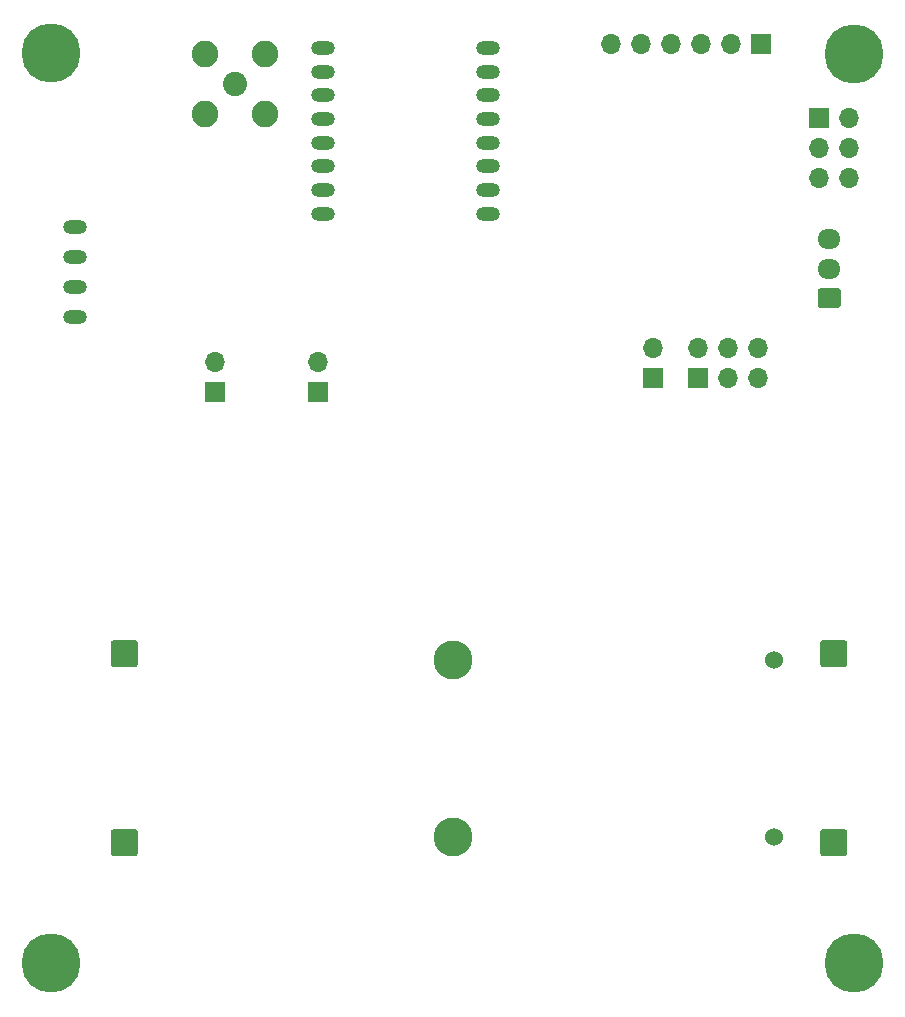
<source format=gbr>
%TF.GenerationSoftware,KiCad,Pcbnew,(5.1.7)-1*%
%TF.CreationDate,2021-04-09T11:38:41+02:00*%
%TF.ProjectId,mfm-v3-smd,6d666d2d-7633-42d7-936d-642e6b696361,rev?*%
%TF.SameCoordinates,Original*%
%TF.FileFunction,Soldermask,Bot*%
%TF.FilePolarity,Negative*%
%FSLAX46Y46*%
G04 Gerber Fmt 4.6, Leading zero omitted, Abs format (unit mm)*
G04 Created by KiCad (PCBNEW (5.1.7)-1) date 2021-04-09 11:38:41*
%MOMM*%
%LPD*%
G01*
G04 APERTURE LIST*
%ADD10O,1.700000X1.700000*%
%ADD11R,1.700000X1.700000*%
%ADD12C,3.300000*%
%ADD13C,1.530000*%
%ADD14O,2.000000X1.200000*%
%ADD15C,5.000000*%
%ADD16C,0.800000*%
%ADD17C,2.050000*%
%ADD18C,2.250000*%
%ADD19O,1.950000X1.700000*%
G04 APERTURE END LIST*
D10*
%TO.C,SW4*%
X35712400Y-109575600D03*
D11*
X35712400Y-112115600D03*
%TD*%
D10*
%TO.C,SW3*%
X44500800Y-109575600D03*
D11*
X44500800Y-112115600D03*
%TD*%
D12*
%TO.C,J5*%
X55880000Y-134745000D03*
X55880000Y-149735000D03*
D13*
X83060000Y-134745000D03*
X83060000Y-149735000D03*
%TD*%
D11*
%TO.C,J12*%
X81991200Y-82651600D03*
D10*
X79451200Y-82651600D03*
X76911200Y-82651600D03*
X74371200Y-82651600D03*
X71831200Y-82651600D03*
X69291200Y-82651600D03*
%TD*%
D11*
%TO.C,J10*%
X76682600Y-110896400D03*
D10*
X76682600Y-108356400D03*
X79222600Y-110896400D03*
X79222600Y-108356400D03*
X81762600Y-110896400D03*
X81762600Y-108356400D03*
%TD*%
D11*
%TO.C,SW1*%
X72847200Y-110896400D03*
D10*
X72847200Y-108356400D03*
%TD*%
D11*
%TO.C,J7*%
X86868000Y-88849200D03*
D10*
X89408000Y-88849200D03*
X86868000Y-91389200D03*
X89408000Y-91389200D03*
X86868000Y-93929200D03*
X89408000Y-93929200D03*
%TD*%
D14*
%TO.C,U4*%
X44895500Y-96978600D03*
X58895500Y-96978600D03*
X44895500Y-94978600D03*
X58895500Y-94978600D03*
X44895500Y-92978600D03*
X58895500Y-92978600D03*
X44895500Y-90978600D03*
X58895500Y-90978600D03*
X44895500Y-88978600D03*
X58895500Y-88978600D03*
X44895500Y-86978600D03*
X58895500Y-86978600D03*
X44895500Y-84978600D03*
X58895500Y-84978600D03*
X44895500Y-82978600D03*
X58895500Y-82978600D03*
%TD*%
%TO.C,J11*%
X23914100Y-105727500D03*
X23914100Y-103187500D03*
X23914100Y-100647500D03*
X23914100Y-98107500D03*
%TD*%
D15*
%TO.C,H4*%
X21869400Y-160451800D03*
D16*
X23744400Y-160451800D03*
X23195225Y-161777625D03*
X21869400Y-162326800D03*
X20543575Y-161777625D03*
X19994400Y-160451800D03*
X20543575Y-159125975D03*
X21869400Y-158576800D03*
X23195225Y-159125975D03*
%TD*%
D15*
%TO.C,H3*%
X21869400Y-83413600D03*
D16*
X23744400Y-83413600D03*
X23195225Y-84739425D03*
X21869400Y-85288600D03*
X20543575Y-84739425D03*
X19994400Y-83413600D03*
X20543575Y-82087775D03*
X21869400Y-81538600D03*
X23195225Y-82087775D03*
%TD*%
D15*
%TO.C,H2*%
X89865200Y-160451800D03*
D16*
X91740200Y-160451800D03*
X91191025Y-161777625D03*
X89865200Y-162326800D03*
X88539375Y-161777625D03*
X87990200Y-160451800D03*
X88539375Y-159125975D03*
X89865200Y-158576800D03*
X91191025Y-159125975D03*
%TD*%
D15*
%TO.C,H1*%
X89865200Y-83439000D03*
D16*
X91740200Y-83439000D03*
X91191025Y-84764825D03*
X89865200Y-85314000D03*
X88539375Y-84764825D03*
X87990200Y-83439000D03*
X88539375Y-82113175D03*
X89865200Y-81564000D03*
X91191025Y-82113175D03*
%TD*%
%TO.C,J4*%
G36*
G01*
X87237998Y-149091000D02*
X89038002Y-149091000D01*
G75*
G02*
X89288000Y-149340998I0J-249998D01*
G01*
X89288000Y-151141002D01*
G75*
G02*
X89038002Y-151391000I-249998J0D01*
G01*
X87237998Y-151391000D01*
G75*
G02*
X86988000Y-151141002I0J249998D01*
G01*
X86988000Y-149340998D01*
G75*
G02*
X87237998Y-149091000I249998J0D01*
G01*
G37*
%TD*%
%TO.C,J3*%
G36*
G01*
X27166998Y-149091000D02*
X28967002Y-149091000D01*
G75*
G02*
X29217000Y-149340998I0J-249998D01*
G01*
X29217000Y-151141002D01*
G75*
G02*
X28967002Y-151391000I-249998J0D01*
G01*
X27166998Y-151391000D01*
G75*
G02*
X26917000Y-151141002I0J249998D01*
G01*
X26917000Y-149340998D01*
G75*
G02*
X27166998Y-149091000I249998J0D01*
G01*
G37*
%TD*%
%TO.C,J2*%
G36*
G01*
X27166998Y-133089000D02*
X28967002Y-133089000D01*
G75*
G02*
X29217000Y-133338998I0J-249998D01*
G01*
X29217000Y-135139002D01*
G75*
G02*
X28967002Y-135389000I-249998J0D01*
G01*
X27166998Y-135389000D01*
G75*
G02*
X26917000Y-135139002I0J249998D01*
G01*
X26917000Y-133338998D01*
G75*
G02*
X27166998Y-133089000I249998J0D01*
G01*
G37*
%TD*%
%TO.C,J1*%
G36*
G01*
X87237998Y-133089000D02*
X89038002Y-133089000D01*
G75*
G02*
X89288000Y-133338998I0J-249998D01*
G01*
X89288000Y-135139002D01*
G75*
G02*
X89038002Y-135389000I-249998J0D01*
G01*
X87237998Y-135389000D01*
G75*
G02*
X86988000Y-135139002I0J249998D01*
G01*
X86988000Y-133338998D01*
G75*
G02*
X87237998Y-133089000I249998J0D01*
G01*
G37*
%TD*%
D17*
%TO.C,J13*%
X37465000Y-85979000D03*
D18*
X40005000Y-83439000D03*
X34925000Y-83439000D03*
X34925000Y-88519000D03*
X40005000Y-88519000D03*
%TD*%
%TO.C,J8*%
G36*
G01*
X88482000Y-104990000D02*
X87032000Y-104990000D01*
G75*
G02*
X86782000Y-104740000I0J250000D01*
G01*
X86782000Y-103540000D01*
G75*
G02*
X87032000Y-103290000I250000J0D01*
G01*
X88482000Y-103290000D01*
G75*
G02*
X88732000Y-103540000I0J-250000D01*
G01*
X88732000Y-104740000D01*
G75*
G02*
X88482000Y-104990000I-250000J0D01*
G01*
G37*
D19*
X87757000Y-101640000D03*
X87757000Y-99140000D03*
%TD*%
M02*

</source>
